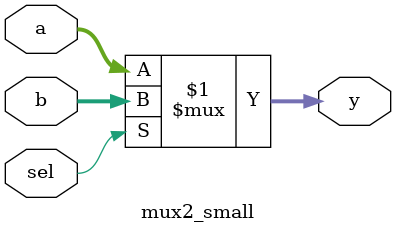
<source format=v>
module mux2_small (
    input  wire [3:0] a,
    input  wire [3:0] b,
    input  wire       sel,
    output wire [3:0] y
);
    assign y = (sel) ? b : a;
endmodule

</source>
